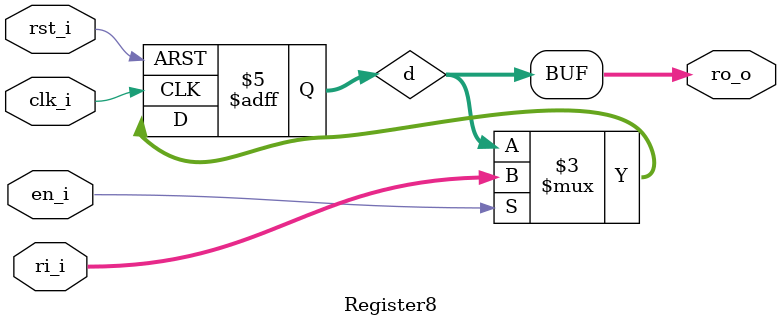
<source format=v>
module Register8(

input clk_i,rst_i,en_i,
input[7:0] ri_i,
output[7:0] ro_o);

reg[7:0] d=8'b0;
always@(posedge clk_i or posedge rst_i)
begin
	if (rst_i) begin
		d<=8'b0; end
	else if (en_i) begin
		d<=ri_i;end
end

assign ro_o=d;
endmodule	
</source>
